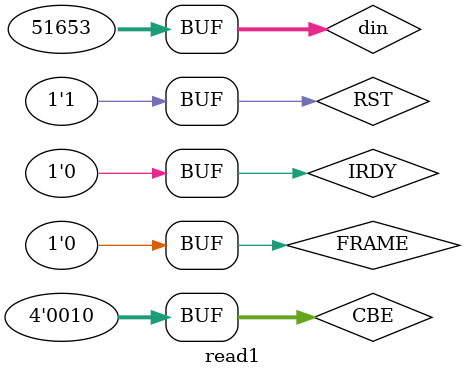
<source format=v>
`timescale 1ns / 1ps


module read1;

	//inout
	wire [31:0] AD;
	assign AD = (IRDY == 1 || cbuffer != 4'b0010 ) ? din:32'bz;


	// Inputs
	reg [3:0] CBE;
	reg FRAME;
	wire TRDY;
	reg IRDY;
	wire DEVSEL;
	reg RST;
	wire CLK;
	reg [31:0] din;	//for write in AD
	
	//SAVE THE COMMAND
	reg [3:0] cbuffer;
	always@(negedge IRDY)
		begin
			cbuffer = CBE;
		end	
		

	// Instantiate the Unit Under Test (UUT)
	PCI_Slave uut (
		.AD(AD),
		.CBE(CBE), 
		.FRAME(FRAME),
		.TRDY(TRDY), 
		.IRDY(IRDY),
		.DEVSEL(DEVSEL),
		.CLK(CLK), 
		.RST(RST)
		/*
		.test(test),
		.i(i)
		*/
	);

	initial begin
		//READ
		RST = 1;
		#50
		RST = 0;
		#50
		RST = 1;
		CBE = 0;
		FRAME = 1;
		IRDY = 1'b1;
		din = 51653;
		#100
		CBE = 4'b0010;
		FRAME = 0;
		IRDY = 1'b1;
		din = 51653;
		#100
		IRDY = 1'b0;
		#600
		FRAME = 0;
	end
	
	

endmodule


</source>
